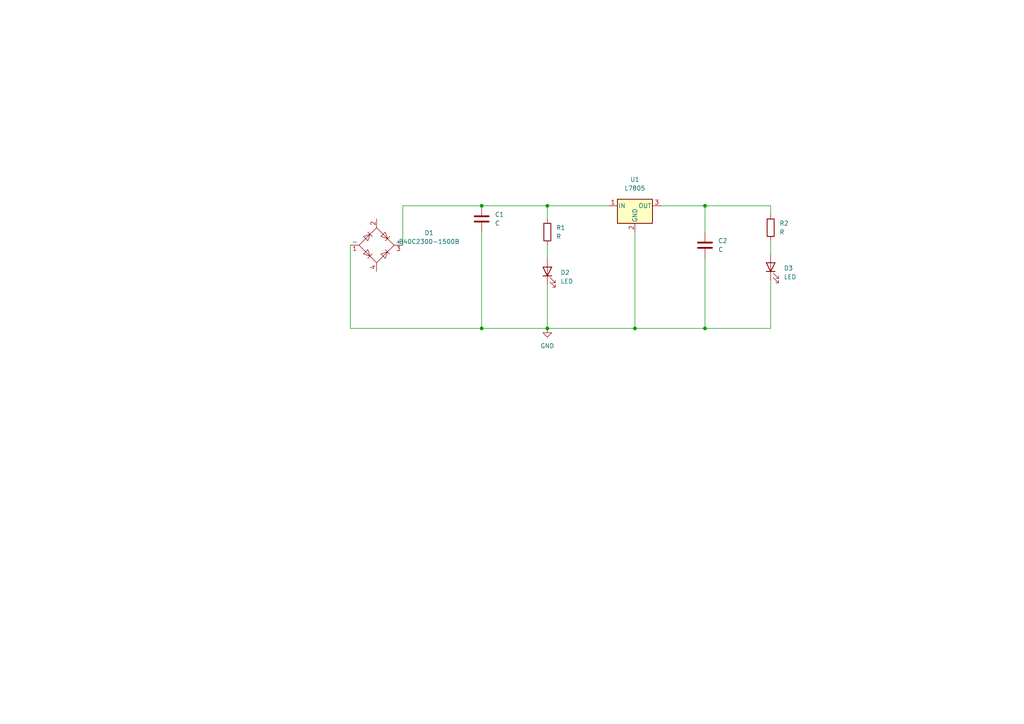
<source format=kicad_sch>
(kicad_sch (version 20211123) (generator eeschema)
  (paper "A4")
  (lib_symbols
    (symbol "Device:C" (pin_numbers hide) (pin_names (offset 0.254))
      (property "Reference" "C" (at 0.635 2.54 0))
      (property "Value" "C" (at 0.635 -2.54 0))
      (symbol "C_0_1"
        (polyline (pts (xy -2.032 -0.762) (xy 2.032 -0.762)) (stroke (width 0.508)))
        (polyline (pts (xy -2.032 0.762) (xy 2.032 0.762)) (stroke (width 0.508)))
      )
      (symbol "C_1_1"
        (pin passive line (at 0 3.81 270) (length 2.794) (name "~") (number "1"))
        (pin passive line (at 0 -3.81 90) (length 2.794) (name "~") (number "2"))
      )
    )
    (symbol "Device:LED" (pin_numbers hide) (pin_names (offset 1.016) hide)
      (property "Reference" "D" (at 0 2.54 0))
      (property "Value" "LED" (at 0 -2.54 0))
      (symbol "LED_0_1"
        (polyline (pts (xy -1.27 -1.27) (xy -1.27 1.27)) (stroke (width 0.254)))
        (polyline (pts (xy -1.27 0) (xy 1.27 0)))
        (polyline (pts (xy 1.27 -1.27) (xy 1.27 1.27) (xy -1.27 0) (xy 1.27 -1.27)) (stroke (width 0.254)))
        (polyline (pts (xy -3.048 -0.762) (xy -4.572 -2.286) (xy -3.81 -2.286) (xy -4.572 -2.286) (xy -4.572 -1.524)))
        (polyline (pts (xy -1.778 -0.762) (xy -3.302 -2.286) (xy -2.54 -2.286) (xy -3.302 -2.286) (xy -3.302 -1.524)))
      )
      (symbol "LED_1_1"
        (pin passive line (at -3.81 0 0) (length 2.54) (name "K") (number "1"))
        (pin passive line (at 3.81 0 180) (length 2.54) (name "A") (number "2"))
      )
    )
    (symbol "Device:R" (pin_numbers hide) (pin_names (offset 0))
      (property "Reference" "R" (at 2.032 0 90))
      (property "Value" "R" (at 0 0 90))
      (symbol "R_0_1"
        (rectangle (start -1.016 -2.54) (end 1.016 2.54) (stroke (width 0.254)))
      )
      (symbol "R_1_1"
        (pin passive line (at 0 3.81 270) (length 1.27) (name "~") (number "1"))
        (pin passive line (at 0 -3.81 90) (length 1.27) (name "~") (number "2"))
      )
    )
    (symbol "Diode_Bridge:B40C2300-1500B" (pin_names (offset 0))
      (property "Reference" "D" (at 2.54 6.985 0))
      (property "Value" "B40C2300-1500B" (at 2.54 5.08 0))
      (symbol "B40C2300-1500B_0_1"
        (polyline (pts (xy -2.54 3.81) (xy -1.27 2.54)))
        (polyline (pts (xy -1.27 -2.54) (xy -2.54 -3.81)))
        (polyline (pts (xy 2.54 -1.27) (xy 3.81 -2.54)))
        (polyline (pts (xy 2.54 1.27) (xy 3.81 2.54)))
        (polyline (pts (xy -3.81 2.54) (xy -2.54 1.27) (xy -1.905 3.175) (xy -3.81 2.54)))
        (polyline (pts (xy -2.54 -1.27) (xy -3.81 -2.54) (xy -1.905 -3.175) (xy -2.54 -1.27)))
        (polyline (pts (xy 1.27 2.54) (xy 2.54 3.81) (xy 3.175 1.905) (xy 1.27 2.54)))
        (polyline (pts (xy 3.175 -1.905) (xy 1.27 -2.54) (xy 2.54 -3.81) (xy 3.175 -1.905)))
        (polyline (pts (xy -5.08 0) (xy 0 -5.08) (xy 5.08 0) (xy 0 5.08) (xy -5.08 0)))
      )
      (symbol "B40C2300-1500B_1_1"
        (pin passive line (at -7.62 0 0) (length 2.54) (name "-") (number "1"))
        (pin passive line (at 0 7.62 270) (length 2.54) (name "~") (number "2"))
        (pin passive line (at 7.62 0 180) (length 2.54) (name "+") (number "3"))
        (pin passive line (at 0 -7.62 90) (length 2.54) (name "~") (number "4"))
      )
    )
    (symbol "Regulator_Linear:L7805" (pin_names (offset 0.254))
      (property "Reference" "U" (at -3.81 3.175 0))
      (property "Value" "L7805" (at 0 3.175 0))
      (symbol "L7805_0_1"
        (rectangle (start -5.08 1.905) (end 5.08 -5.08) (stroke (width 0.254)) (fill (type background)))
      )
      (symbol "L7805_1_1"
        (pin power_in line (at -7.62 0 0) (length 2.54) (name "IN") (number "1"))
        (pin power_in line (at 0 -7.62 90) (length 2.54) (name "GND") (number "2"))
        (pin power_out line (at 7.62 0 180) (length 2.54) (name "OUT") (number "3"))
      )
    )
    (symbol "power:GND" (power) (pin_names (offset 0))
      (property "Value" "GND" (at 0 -3.81 0))
      (symbol "GND_0_1"
        (polyline (pts (xy 0 0) (xy 0 -1.27) (xy 1.27 -1.27) (xy 0 -2.54) (xy -1.27 -1.27) (xy 0 -1.27)))
      )
      (symbol "GND_1_1"
        (pin power_in line (at 0 0 270) (length 0) hide (name "GND") (number "1"))
      )
    )
  )
  (junction (at 184.15 95.25))
  (junction (at 139.7 95.25))
  (junction (at 158.75 59.69))
  (junction (at 204.47 95.25))
  (junction (at 139.7 59.69))
  (junction (at 204.47 59.69))
  (junction (at 158.75 95.25))
  (wire (pts (xy 223.52 95.25) (xy 204.47 95.25)))
  (wire (pts (xy 223.52 81.28) (xy 223.52 95.25)))
  (wire (pts (xy 158.75 82.55) (xy 158.75 95.25)))
  (wire (pts (xy 101.6 95.25) (xy 139.7 95.25)))
  (wire (pts (xy 223.52 69.85) (xy 223.52 73.66)))
  (wire (pts (xy 204.47 59.69) (xy 223.52 59.69)))
  (wire (pts (xy 223.52 62.23) (xy 223.52 59.69)))
  (wire (pts (xy 184.15 67.31) (xy 184.15 95.25)))
  (wire (pts (xy 158.75 71.12) (xy 158.75 74.93)))
  (wire (pts (xy 139.7 67.31) (xy 139.7 95.25)))
  (wire (pts (xy 158.75 95.25) (xy 184.15 95.25)))
  (wire (pts (xy 204.47 67.31) (xy 204.47 59.69)))
  (wire (pts (xy 116.84 71.12) (xy 116.84 59.69)))
  (wire (pts (xy 139.7 95.25) (xy 158.75 95.25)))
  (wire (pts (xy 101.6 71.12) (xy 101.6 95.25)))
  (wire (pts (xy 204.47 59.69) (xy 191.77 59.69)))
  (wire (pts (xy 116.84 59.69) (xy 139.7 59.69)))
  (wire (pts (xy 158.75 59.69) (xy 158.75 63.5)))
  (wire (pts (xy 204.47 74.93) (xy 204.47 95.25)))
  (wire (pts (xy 139.7 59.69) (xy 158.75 59.69)))
  (wire (pts (xy 204.47 95.25) (xy 184.15 95.25)))
  (wire (pts (xy 158.75 59.69) (xy 176.53 59.69)))
  (symbol (lib_id "Device:LED") (at 223.52 77.47 90) (unit 1)
    (property "Reference" "D3" (at 227.33 77.7874 90) (effects (justify right)))
    (property "Value" "LED" (at 227.33 80.3274 90) (effects (justify right)))
  )
  (symbol (lib_id "Device:LED") (at 158.75 78.74 90) (unit 1)
    (property "Reference" "D2" (at 162.56 79.0574 90) (effects (justify right)))
    (property "Value" "LED" (at 162.56 81.5974 90) (effects (justify right)))
  )
  (symbol (lib_id "Diode_Bridge:B40C2300-1500B") (at 109.22 71.12 0) (unit 1)
    (property "Reference" "D1" (at 124.46 67.5386 0))
    (property "Value" "B40C2300-1500B" (at 124.46 70.0786 0))
    (property "Footprint" "Diode_THT:Diode_Bridge_19.0x3.5x10.0mm_P5.0mm" (effects hide))
    (property "Datasheet" "https://diotec.com/tl_files/diotec/files/pdf/datasheets/b40c2300.pdf" (effects hide))
  )
  (symbol (lib_id "Regulator_Linear:L7805") (at 184.15 59.69 0) (unit 1)
    (property "Reference" "U1" (at 184.15 52.07 0))
    (property "Value" "L7805" (at 184.15 54.61 0))
    (property "Datasheet" "http://www.st.com/content/ccc/resource/technical/document/datasheet/41/4f/b3/b0/12/d4/47/88/CD00000444.pdf/files/CD00000444.pdf/jcr:content/translations/en.CD00000444.pdf" (effects hide))
  )
  (symbol (lib_id "Device:R") (at 223.52 66.04 0) (unit 1)
    (property "Reference" "R2" (at 226.06 64.7699 0) (effects (justify left)))
    (property "Value" "R" (at 226.06 67.3099 0) (effects (justify left)))
  )
  (symbol (lib_id "Device:C") (at 139.7 63.5 0) (unit 1)
    (property "Reference" "C1" (at 143.51 62.2299 0) (effects (justify left)))
    (property "Value" "C" (at 143.51 64.7699 0) (effects (justify left)))
  )
  (symbol (lib_id "Device:C") (at 204.47 71.12 0) (unit 1)
    (property "Reference" "C2" (at 208.28 69.8499 0) (effects (justify left)))
    (property "Value" "C" (at 208.28 72.3899 0) (effects (justify left)))
  )
  (symbol (lib_id "power:GND") (at 158.75 95.25 0) (unit 1)
    (property "Reference" "#PWR0101" (effects hide))
    (property "Value" "GND" (at 158.75 100.33 0))
  )
  (symbol (lib_id "Device:R") (at 158.75 67.31 0) (unit 1)
    (property "Reference" "R1" (at 161.29 66.0399 0) (effects (justify left)))
    (property "Value" "R" (at 161.29 68.5799 0) (effects (justify left)))
  )
)
</source>
